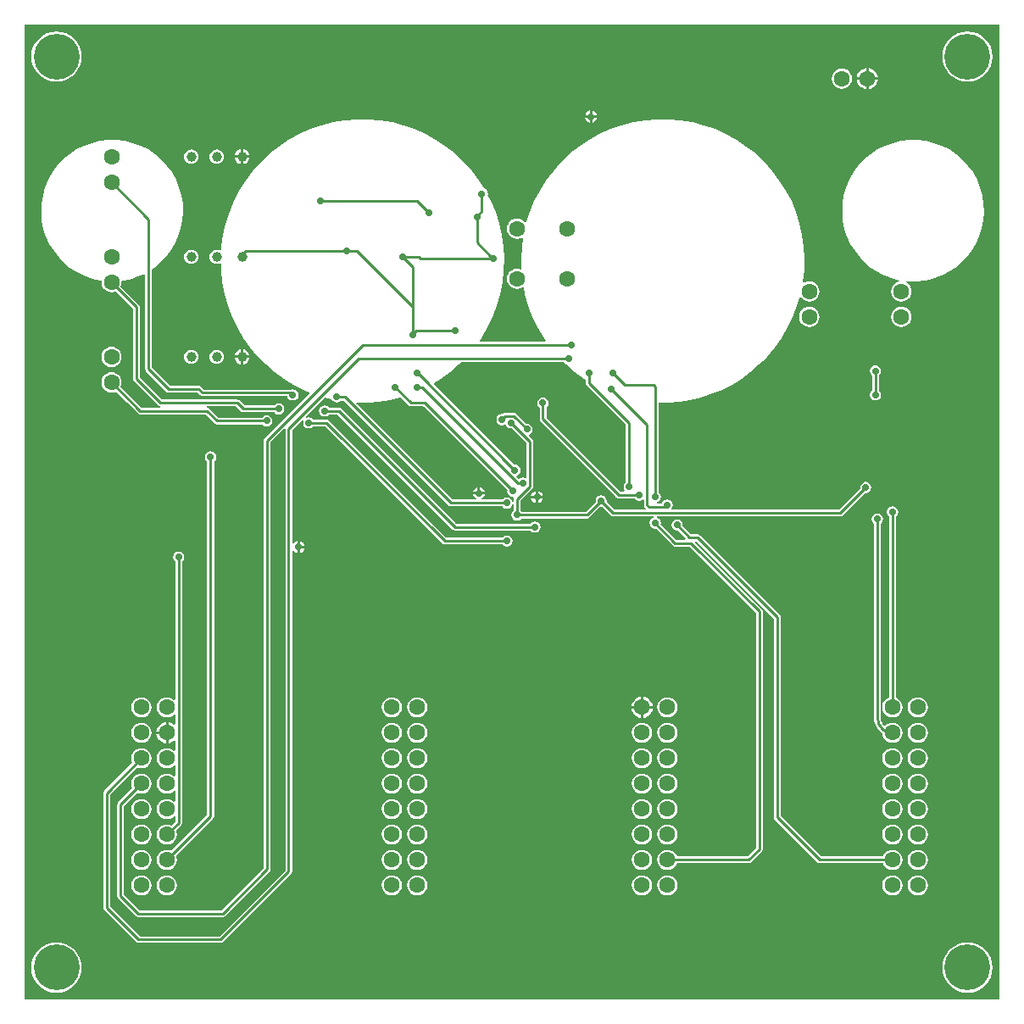
<source format=gbl>
%FSLAX23Y23*%
%MOIN*%
%SFA1B1*%

%IPPOS*%
%ADD14C,0.010000*%
%ADD56C,0.062990*%
%ADD57C,0.039370*%
%ADD58C,0.180000*%
%ADD59C,0.027560*%
%LNdev_board_pcb-1*%
%LPD*%
G36*
X3865Y31D02*
X31D01*
Y3865*
X3865*
Y31*
G37*
%LNdev_board_pcb-2*%
%LPC*%
G36*
X3351Y3694D02*
Y3658D01*
X3387*
X3386Y3664*
X3382Y3674*
X3376Y3683*
X3367Y3689*
X3357Y3693*
X3351Y3694*
G37*
G36*
X3341D02*
X3335Y3693D01*
X3325Y3689*
X3316Y3683*
X3310Y3674*
X3306Y3664*
X3305Y3658*
X3341*
Y3694*
G37*
G36*
X3740Y3838D02*
X3720Y3836D01*
X3702Y3831*
X3685Y3822*
X3670Y3809*
X3658Y3794*
X3649Y3777*
X3643Y3759*
X3641Y3740*
X3643Y3720*
X3649Y3702*
X3658Y3685*
X3670Y3670*
X3685Y3658*
X3702Y3649*
X3720Y3643*
X3740Y3641*
X3759Y3643*
X3777Y3649*
X3794Y3658*
X3809Y3670*
X3822Y3685*
X3831Y3702*
X3836Y3720*
X3838Y3740*
X3836Y3759*
X3831Y3777*
X3822Y3794*
X3809Y3809*
X3794Y3822*
X3777Y3831*
X3759Y3836*
X3740Y3838*
G37*
G36*
X157D02*
X138Y3836D01*
X119Y3831*
X102Y3822*
X87Y3809*
X75Y3794*
X66Y3777*
X60Y3759*
X59Y3740*
X60Y3720*
X66Y3702*
X75Y3685*
X87Y3670*
X102Y3658*
X119Y3649*
X138Y3643*
X157Y3641*
X176Y3643*
X195Y3649*
X212Y3658*
X227Y3670*
X239Y3685*
X248Y3702*
X254Y3720*
X255Y3740*
X254Y3759*
X248Y3777*
X239Y3794*
X227Y3809*
X212Y3822*
X195Y3831*
X176Y3836*
X157Y3838*
G37*
G36*
X3246Y3693D02*
X3236Y3692D01*
X3226Y3688*
X3218Y3681*
X3211Y3673*
X3207Y3663*
X3206Y3653*
X3207Y3643*
X3211Y3633*
X3218Y3625*
X3226Y3619*
X3236Y3615*
X3246Y3613*
X3256Y3615*
X3266Y3619*
X3274Y3625*
X3280Y3633*
X3284Y3643*
X3286Y3653*
X3284Y3663*
X3280Y3673*
X3274Y3681*
X3266Y3688*
X3256Y3692*
X3246Y3693*
G37*
G36*
X3341Y3648D02*
X3305D01*
X3306Y3642*
X3310Y3632*
X3316Y3623*
X3325Y3617*
X3335Y3613*
X3341Y3612*
Y3648*
G37*
G36*
X3387D02*
X3351D01*
Y3612*
X3357Y3613*
X3367Y3617*
X3376Y3623*
X3382Y3632*
X3386Y3642*
X3387Y3648*
G37*
G36*
X2264Y3527D02*
Y3508D01*
X2283*
X2282Y3513*
X2276Y3521*
X2269Y3526*
X2264Y3527*
G37*
G36*
X2254D02*
X2250Y3526D01*
X2242Y3521*
X2237Y3513*
X2236Y3508*
X2254*
Y3527*
G37*
G36*
X2283Y3498D02*
X2264D01*
Y3480*
X2269Y3481*
X2276Y3486*
X2282Y3494*
X2283Y3498*
G37*
G36*
X2254D02*
X2236D01*
X2237Y3494*
X2242Y3486*
X2250Y3481*
X2254Y3480*
Y3498*
G37*
G36*
X892Y3375D02*
Y3351D01*
X916*
X916Y3354*
X913Y3361*
X908Y3367*
X902Y3372*
X895Y3375*
X892Y3375*
G37*
G36*
X882D02*
X879Y3375D01*
X872Y3372*
X866Y3367*
X861Y3361*
X858Y3354*
X858Y3351*
X882*
Y3375*
G37*
G36*
X787Y3374D02*
X780Y3373D01*
X773Y3370*
X767Y3366*
X763Y3360*
X760Y3353*
X759Y3346*
X760Y3339*
X763Y3332*
X767Y3326*
X773Y3322*
X780Y3319*
X787Y3318*
X794Y3319*
X801Y3322*
X807Y3326*
X811Y3332*
X814Y3339*
X815Y3346*
X814Y3353*
X811Y3360*
X807Y3366*
X801Y3370*
X794Y3373*
X787Y3374*
G37*
G36*
X687D02*
X680Y3373D01*
X673Y3370*
X667Y3366*
X663Y3360*
X660Y3353*
X659Y3346*
X660Y3339*
X663Y3332*
X667Y3326*
X673Y3322*
X680Y3319*
X687Y3318*
X694Y3319*
X701Y3322*
X707Y3326*
X711Y3332*
X714Y3339*
X715Y3346*
X714Y3353*
X711Y3360*
X707Y3366*
X701Y3370*
X694Y3373*
X687Y3374*
G37*
G36*
X916Y3341D02*
X892D01*
Y3317*
X895Y3317*
X902Y3320*
X908Y3325*
X913Y3331*
X916Y3338*
X916Y3341*
G37*
G36*
X882D02*
X858D01*
X858Y3338*
X861Y3331*
X866Y3325*
X872Y3320*
X879Y3317*
X882Y3317*
Y3341*
G37*
G36*
X2565Y3493D02*
X2518D01*
X2471Y3489*
X2425Y3481*
X2380Y3470*
X2335Y3454*
X2293Y3435*
X2252Y3412*
X2213Y3386*
X2176Y3357*
X2142Y3325*
X2111Y3290*
X2082Y3253*
X2057Y3213*
X2036Y3171*
X2018Y3128*
X2005Y3087*
X2000Y3086*
X1996Y3091*
X1988Y3097*
X1978Y3101*
X1968Y3102*
X1958Y3101*
X1948Y3097*
X1940Y3091*
X1934Y3082*
X1930Y3073*
X1928Y3062*
X1930Y3052*
X1934Y3043*
X1940Y3034*
X1948Y3028*
X1958Y3024*
X1968Y3023*
X1978Y3024*
X1987Y3028*
X1992Y3025*
X1987Y2991*
X1984Y2944*
X1985Y2906*
X1981Y2903*
X1978Y2904*
X1968Y2905*
X1958Y2904*
X1948Y2900*
X1940Y2894*
X1934Y2886*
X1930Y2876*
X1928Y2866*
X1930Y2855*
X1934Y2846*
X1940Y2837*
X1948Y2831*
X1958Y2827*
X1968Y2826*
X1978Y2827*
X1988Y2831*
X1990Y2833*
X1995Y2831*
X2000Y2805*
X2013Y2760*
X2030Y2716*
X2050Y2674*
X2074Y2633*
X2081Y2624*
X2079Y2619*
X1823*
X1821Y2624*
X1828Y2633*
X1852Y2674*
X1872Y2716*
X1889Y2760*
X1902Y2805*
X1911Y2851*
X1916Y2897*
X1918Y2944*
X1915Y2991*
X1908Y3038*
X1898Y3083*
X1884Y3128*
X1866Y3171*
X1853Y3195*
X1854Y3200*
X1853Y3210*
X1847Y3217*
X1839Y3223*
X1838Y3223*
X1819Y3253*
X1791Y3290*
X1760Y3325*
X1726Y3357*
X1689Y3386*
X1650Y3412*
X1609Y3435*
X1566Y3454*
X1522Y3470*
X1477Y3481*
X1430Y3489*
X1384Y3493*
X1337*
X1290Y3489*
X1244Y3481*
X1199Y3470*
X1154Y3454*
X1111Y3435*
X1070Y3412*
X1031Y3386*
X995Y3357*
X961Y3325*
X930Y3290*
X901Y3253*
X876Y3213*
X855Y3171*
X837Y3128*
X823Y3083*
X812Y3038*
X806Y2991*
X805Y2979*
X800Y2977*
X794Y2979*
X787Y2980*
X780Y2979*
X773Y2976*
X767Y2972*
X763Y2966*
X760Y2959*
X759Y2952*
X760Y2945*
X763Y2938*
X767Y2933*
X773Y2928*
X780Y2925*
X787Y2924*
X794Y2925*
X799Y2927*
X804Y2924*
X804Y2897*
X810Y2851*
X819Y2805*
X832Y2760*
X848Y2716*
X869Y2674*
X893Y2633*
X920Y2595*
X950Y2559*
X982Y2527*
X1015Y2499*
X1051Y2473*
X1088Y2450*
X1127Y2430*
X1152Y2420*
X1153Y2415*
X976Y2239*
X973Y2235*
X972Y2229*
Y550*
X805Y383*
X485*
X422Y446*
Y792*
X475Y845*
X481Y842*
X492Y841*
X502Y842*
X512Y846*
X520Y852*
X526Y861*
X530Y870*
X531Y881*
X530Y891*
X526Y901*
X520Y909*
X512Y915*
X502Y919*
X492Y920*
X481Y919*
X472Y915*
X463Y909*
X457Y901*
X453Y891*
X452Y881*
X453Y870*
X456Y864*
X400Y807*
X397Y803*
X396Y798*
Y440*
X397Y435*
X400Y431*
X470Y360*
X475Y357*
X480Y356*
X811*
X816Y357*
X820Y360*
X995Y535*
X998Y539*
X999Y544*
Y2224*
X1053Y2278*
X1057Y2275*
X1057Y2275*
Y540*
X797Y280*
X485*
X367Y399*
Y837*
X475Y945*
X481Y942*
X492Y941*
X502Y942*
X512Y946*
X520Y952*
X526Y961*
X530Y970*
X531Y981*
X530Y991*
X526Y1001*
X520Y1009*
X512Y1015*
X502Y1019*
X492Y1020*
X481Y1019*
X472Y1015*
X463Y1009*
X457Y1001*
X453Y991*
X452Y981*
X453Y970*
X456Y964*
X344Y852*
X342Y848*
X341Y843*
Y393*
X342Y388*
X344Y384*
X470Y258*
X475Y255*
X480Y254*
X803*
X808Y255*
X812Y258*
X1080Y526*
X1083Y530*
X1084Y535*
Y1798*
X1089Y1799*
X1093Y1793*
X1100Y1788*
X1105Y1787*
Y1811*
Y1834*
X1100Y1833*
X1093Y1828*
X1089Y1822*
X1084Y1823*
Y2270*
X1125Y2311*
X1129Y2308*
X1129Y2307*
X1127Y2299*
X1129Y2290*
X1133Y2283*
X1141Y2278*
X1149Y2277*
X1158Y2278*
X1165Y2283*
X1166Y2285*
X1214*
X1675Y1825*
X1679Y1822*
X1685Y1821*
X1911*
X1913Y1818*
X1920Y1814*
X1929Y1812*
X1937Y1814*
X1944Y1818*
X1949Y1826*
X1951Y1834*
X1949Y1843*
X1944Y1850*
X1937Y1855*
X1929Y1856*
X1920Y1855*
X1913Y1850*
X1911Y1847*
X1690*
X1229Y2308*
X1225Y2311*
X1220Y2312*
X1166*
X1165Y2314*
X1158Y2319*
X1149Y2321*
X1141Y2319*
X1140Y2319*
X1137Y2323*
X1213Y2399*
X1239Y2393*
X1239Y2393*
X1244Y2385*
X1251Y2381*
X1259Y2379*
X1268Y2381*
X1275Y2385*
X1276Y2386*
X1289Y2384*
X1699Y1974*
X1703Y1972*
X1708Y1971*
X1911*
X1913Y1968*
X1920Y1963*
X1929Y1962*
X1937Y1963*
X1944Y1968*
X1949Y1975*
X1950Y1978*
X1955Y1978*
Y1954*
X1952Y1952*
X1947Y1945*
X1946Y1937*
X1947Y1928*
X1952Y1921*
X1960Y1916*
X1968Y1914*
X1977Y1916*
X1984Y1921*
X1985Y1923*
X2244*
X2249Y1924*
X2253Y1927*
X2296Y1970*
X2299Y1969*
X2302Y1970*
X2337Y1935*
X2341Y1932*
X2346Y1931*
X2505*
X2506Y1926*
X2503Y1926*
X2496Y1921*
X2491Y1914*
X2489Y1905*
X2491Y1897*
X2496Y1889*
X2503Y1885*
X2511Y1883*
X2514Y1883*
X2581Y1817*
X2585Y1814*
X2590Y1813*
X2648*
X2908Y1553*
Y627*
X2874Y594*
X2597*
X2595Y601*
X2588Y609*
X2580Y615*
X2570Y619*
X2560Y620*
X2550Y619*
X2540Y615*
X2532Y609*
X2526Y601*
X2522Y591*
X2520Y581*
X2522Y570*
X2526Y561*
X2532Y552*
X2540Y546*
X2550Y542*
X2560Y541*
X2570Y542*
X2580Y546*
X2588Y552*
X2595Y561*
X2597Y567*
X2880*
X2885Y568*
X2889Y571*
X2930Y612*
X2933Y616*
X2934Y622*
Y1559*
X2933Y1564*
X2930Y1568*
X2669Y1829*
X2671Y1834*
X2673Y1835*
X2978Y1529*
Y748*
X2979Y742*
X2982Y738*
X3149Y571*
X3153Y568*
X3159Y567*
X3407*
X3410Y561*
X3416Y552*
X3424Y546*
X3434Y542*
X3444Y541*
X3455Y542*
X3464Y546*
X3473Y552*
X3479Y561*
X3483Y570*
X3484Y581*
X3483Y591*
X3479Y601*
X3473Y609*
X3464Y615*
X3455Y619*
X3444Y620*
X3434Y619*
X3424Y615*
X3416Y609*
X3410Y601*
X3407Y594*
X3164*
X3005Y753*
Y1535*
X3004Y1540*
X3001Y1544*
X2686Y1859*
X2682Y1862*
X2677Y1863*
X2651*
X2620Y1894*
X2620Y1897*
X2618Y1906*
X2614Y1913*
X2606Y1918*
X2598Y1919*
X2589Y1918*
X2582Y1913*
X2577Y1906*
X2576Y1897*
X2577Y1889*
X2582Y1881*
X2589Y1877*
X2598Y1875*
X2601Y1876*
X2632Y1845*
X2630Y1840*
X2596*
X2533Y1902*
X2534Y1905*
X2532Y1914*
X2527Y1921*
X2520Y1926*
X2517Y1926*
X2517Y1931*
X3239*
X3245Y1932*
X3249Y1935*
X3337Y2023*
X3339Y2022*
X3348Y2024*
X3355Y2029*
X3360Y2036*
X3362Y2044*
X3360Y2053*
X3355Y2060*
X3348Y2065*
X3339Y2067*
X3331Y2065*
X3324Y2060*
X3319Y2053*
X3317Y2044*
X3318Y2042*
X3234Y1958*
X2579*
X2576Y1963*
X2579Y1967*
X2581Y1976*
X2579Y1984*
X2574Y1992*
X2567Y1996*
X2559Y1998*
X2550Y1996*
X2543Y1992*
X2538Y1984*
X2537Y1981*
X2517*
X2517Y1986*
X2520Y1987*
X2527Y1992*
X2532Y1999*
X2534Y2007*
X2532Y2016*
X2527Y2023*
X2525Y2025*
Y2380*
X2563*
X2607Y2383*
X2650Y2390*
X2693Y2400*
X2734Y2414*
X2775Y2430*
X2814Y2450*
X2851Y2473*
X2886Y2499*
X2920Y2527*
X2935Y2543*
X2952Y2559*
X2982Y2595*
X3009Y2633*
X3033Y2674*
X3053Y2716*
X3070Y2760*
X3079Y2793*
X3085Y2794*
X3089Y2788*
X3098Y2782*
X3107Y2778*
X3118Y2776*
X3128Y2778*
X3138Y2782*
X3146Y2788*
X3152Y2796*
X3156Y2806*
X3157Y2816*
X3156Y2826*
X3152Y2836*
X3146Y2844*
X3138Y2851*
X3128Y2855*
X3118Y2856*
X3107Y2855*
X3098Y2851*
X3097Y2850*
X3092Y2853*
X3097Y2897*
X3099Y2944*
X3096Y2991*
X3089Y3038*
X3079Y3083*
X3065Y3128*
X3047Y3171*
X3025Y3213*
X3000Y3253*
X2972Y3290*
X2941Y3325*
X2907Y3357*
X2870Y3386*
X2831Y3412*
X2790Y3435*
X2747Y3454*
X2703Y3470*
X2658Y3481*
X2612Y3489*
X2565Y3493*
G37*
G36*
X687Y2980D02*
X680Y2979D01*
X673Y2976*
X667Y2972*
X663Y2966*
X660Y2959*
X659Y2952*
X660Y2945*
X663Y2938*
X667Y2933*
X673Y2928*
X680Y2925*
X687Y2924*
X694Y2925*
X701Y2928*
X707Y2933*
X711Y2938*
X714Y2945*
X715Y2952*
X714Y2959*
X711Y2966*
X707Y2972*
X701Y2976*
X694Y2979*
X687Y2980*
G37*
G36*
X3509Y3412D02*
X3477Y3408D01*
X3445Y3400*
X3414Y3389*
X3385Y3374*
X3357Y3356*
X3332Y3334*
X3310Y3310*
X3291Y3284*
X3275Y3255*
X3262Y3225*
X3253Y3193*
X3248Y3161*
X3247Y3128*
X3249Y3095*
X3256Y3063*
X3266Y3032*
X3280Y3002*
X3297Y2974*
X3317Y2948*
X3338Y2927*
X3360Y2909*
X3382Y2894*
X3406Y2881*
X3432Y2871*
X3458Y2863*
X3473Y2860*
X3473Y2855*
X3470Y2855*
X3460Y2851*
X3452Y2844*
X3445Y2836*
X3441Y2826*
X3440Y2816*
X3441Y2806*
X3445Y2796*
X3452Y2788*
X3460Y2782*
X3470Y2778*
X3480Y2776*
X3490Y2778*
X3500Y2782*
X3508Y2788*
X3514Y2796*
X3518Y2806*
X3520Y2816*
X3518Y2826*
X3514Y2836*
X3508Y2844*
X3500Y2851*
X3498Y2851*
X3499Y2856*
X3512Y2855*
X3539*
X3567Y2858*
X3593Y2863*
X3620Y2871*
X3645Y2881*
X3669Y2894*
X3692Y2909*
X3713Y2927*
X3722Y2937*
X3734Y2948*
X3754Y2974*
X3772Y3002*
X3785Y3032*
X3795Y3063*
X3802Y3095*
X3804Y3128*
X3803Y3161*
X3798Y3193*
X3789Y3225*
X3777Y3255*
X3761Y3284*
X3741Y3310*
X3719Y3334*
X3694Y3356*
X3667Y3374*
X3637Y3389*
X3607Y3400*
X3575Y3408*
X3542Y3412*
X3509*
G37*
G36*
X3480Y2756D02*
X3470Y2755D01*
X3460Y2751*
X3452Y2744*
X3445Y2736*
X3441Y2726*
X3440Y2716*
X3441Y2706*
X3445Y2696*
X3452Y2688*
X3460Y2682*
X3470Y2678*
X3480Y2676*
X3490Y2678*
X3500Y2682*
X3508Y2688*
X3514Y2696*
X3518Y2706*
X3520Y2716*
X3518Y2726*
X3514Y2736*
X3508Y2744*
X3500Y2751*
X3490Y2755*
X3480Y2756*
G37*
G36*
X3118D02*
X3107Y2755D01*
X3098Y2751*
X3089Y2744*
X3083Y2736*
X3079Y2726*
X3078Y2716*
X3079Y2706*
X3083Y2696*
X3089Y2688*
X3098Y2682*
X3107Y2678*
X3118Y2676*
X3128Y2678*
X3138Y2682*
X3146Y2688*
X3152Y2696*
X3156Y2706*
X3157Y2716*
X3156Y2726*
X3152Y2736*
X3146Y2744*
X3138Y2751*
X3128Y2755*
X3118Y2756*
G37*
G36*
X892Y2588D02*
Y2564D01*
X916*
X916Y2566*
X913Y2574*
X908Y2580*
X902Y2584*
X895Y2587*
X892Y2588*
G37*
G36*
X882D02*
X879Y2587D01*
X872Y2584*
X866Y2580*
X861Y2574*
X858Y2566*
X858Y2564*
X882*
Y2588*
G37*
G36*
X787Y2586D02*
X780Y2586D01*
X773Y2583*
X767Y2578*
X763Y2573*
X760Y2566*
X759Y2559*
X760Y2551*
X763Y2545*
X767Y2539*
X773Y2534*
X780Y2532*
X787Y2531*
X794Y2532*
X801Y2534*
X807Y2539*
X811Y2545*
X814Y2551*
X815Y2559*
X814Y2566*
X811Y2573*
X807Y2578*
X801Y2583*
X794Y2586*
X787Y2586*
G37*
G36*
X687D02*
X680Y2586D01*
X673Y2583*
X667Y2578*
X663Y2573*
X660Y2566*
X659Y2559*
X660Y2551*
X663Y2545*
X667Y2539*
X673Y2534*
X680Y2532*
X687Y2531*
X694Y2532*
X701Y2534*
X707Y2539*
X711Y2545*
X714Y2551*
X715Y2559*
X714Y2566*
X711Y2573*
X707Y2578*
X701Y2583*
X694Y2586*
X687Y2586*
G37*
G36*
X916Y2554D02*
X892D01*
Y2529*
X895Y2530*
X902Y2533*
X908Y2537*
X913Y2544*
X916Y2551*
X916Y2554*
G37*
G36*
X882D02*
X858D01*
X858Y2551*
X861Y2544*
X866Y2537*
X872Y2533*
X879Y2530*
X882Y2529*
Y2554*
G37*
G36*
X374Y2598D02*
X363Y2597D01*
X354Y2593*
X345Y2587*
X339Y2578*
X335Y2569*
X334Y2559*
X335Y2548*
X339Y2539*
X345Y2530*
X354Y2524*
X363Y2520*
X374Y2519*
X384Y2520*
X393Y2524*
X402Y2530*
X408Y2539*
X412Y2548*
X413Y2559*
X412Y2569*
X408Y2578*
X402Y2587*
X393Y2593*
X384Y2597*
X374Y2598*
G37*
G36*
X3377Y2526D02*
X3369Y2524D01*
X3362Y2519*
X3357Y2512*
X3355Y2503*
X3357Y2495*
X3362Y2488*
X3364Y2486*
Y2426*
X3362Y2425*
X3357Y2417*
X3355Y2409*
X3357Y2400*
X3362Y2393*
X3369Y2388*
X3377Y2387*
X3386Y2388*
X3393Y2393*
X3398Y2400*
X3400Y2409*
X3398Y2417*
X3393Y2425*
X3391Y2426*
Y2486*
X3393Y2488*
X3398Y2495*
X3400Y2503*
X3398Y2512*
X3393Y2519*
X3386Y2524*
X3377Y2526*
G37*
G36*
X360Y3412D02*
X327Y3408D01*
X295Y3400*
X264Y3389*
X235Y3374*
X208Y3356*
X183Y3334*
X160Y3310*
X141Y3284*
X125Y3255*
X113Y3225*
X104Y3193*
X99Y3161*
X97Y3128*
X100Y3095*
X106Y3063*
X116Y3032*
X130Y3002*
X147Y2974*
X168Y2948*
X189Y2927*
X210Y2909*
X233Y2894*
X257Y2881*
X282Y2871*
X308Y2863*
X334Y2858*
X334Y2852*
X335Y2842*
X339Y2832*
X345Y2824*
X354Y2818*
X363Y2814*
X374Y2812*
X384Y2814*
X390Y2817*
X459Y2748*
Y2472*
X460Y2467*
X463Y2463*
X557Y2368*
X561Y2365*
X566Y2364*
X566Y2359*
X492*
X409Y2442*
X412Y2448*
X413Y2459*
X412Y2469*
X408Y2478*
X402Y2487*
X393Y2493*
X384Y2497*
X374Y2498*
X363Y2497*
X354Y2493*
X345Y2487*
X339Y2478*
X335Y2469*
X334Y2459*
X335Y2448*
X339Y2439*
X345Y2430*
X354Y2424*
X363Y2420*
X374Y2419*
X384Y2420*
X390Y2423*
X477Y2337*
X481Y2334*
X486Y2333*
X742*
X778Y2297*
X782Y2294*
X787Y2293*
X966*
X968Y2291*
X975Y2286*
X984Y2284*
X992Y2286*
X999Y2291*
X1004Y2298*
X1006Y2307*
X1004Y2315*
X999Y2322*
X992Y2327*
X984Y2329*
X975Y2327*
X968Y2322*
X966Y2320*
X792*
X757Y2355*
X753Y2358*
X748Y2359*
X748Y2364*
X862*
X881Y2344*
X886Y2342*
X891Y2341*
X1014*
X1015Y2338*
X1023Y2333*
X1031Y2332*
X1039Y2333*
X1047Y2338*
X1052Y2345*
X1053Y2354*
X1052Y2362*
X1047Y2370*
X1039Y2374*
X1031Y2376*
X1023Y2374*
X1015Y2370*
X1014Y2367*
X896*
X877Y2387*
X872Y2390*
X867Y2391*
X572*
X485Y2477*
Y2754*
X484Y2759*
X481Y2763*
X409Y2835*
X412Y2842*
X413Y2852*
X413Y2854*
X416Y2858*
X417Y2858*
X444Y2863*
X470Y2871*
X495Y2881*
X502Y2885*
X506Y2882*
Y2511*
X507Y2506*
X510Y2502*
X589Y2423*
X593Y2420*
X598Y2419*
X711*
X722Y2407*
X727Y2405*
X732Y2404*
X1065*
X1066Y2400*
X1070Y2393*
X1078Y2388*
X1086Y2387*
X1095Y2388*
X1102Y2393*
X1107Y2400*
X1108Y2409*
X1107Y2417*
X1102Y2425*
X1095Y2429*
X1086Y2431*
X1079Y2430*
X1078Y2430*
X737*
X725Y2442*
X721Y2445*
X716Y2446*
X603*
X532Y2517*
Y2903*
X542Y2909*
X563Y2927*
X573Y2937*
X585Y2948*
X605Y2974*
X622Y3002*
X636Y3032*
X646Y3063*
X652Y3095*
X655Y3128*
X654Y3161*
X648Y3193*
X640Y3225*
X627Y3255*
X611Y3284*
X592Y3310*
X569Y3334*
X544Y3356*
X517Y3374*
X488Y3389*
X457Y3400*
X425Y3408*
X392Y3412*
X360*
G37*
G36*
X1212Y2368D02*
X1204Y2366D01*
X1196Y2362*
X1192Y2354*
X1190Y2346*
X1192Y2337*
X1196Y2330*
X1204Y2325*
X1212Y2324*
X1221Y2325*
X1228Y2330*
X1229Y2333*
X1262*
X1715Y1880*
X1719Y1877*
X1724Y1876*
X2022*
X2023Y1874*
X2030Y1869*
X2039Y1867*
X2047Y1869*
X2055Y1874*
X2059Y1881*
X2061Y1889*
X2059Y1898*
X2055Y1905*
X2047Y1910*
X2039Y1911*
X2030Y1910*
X2023Y1905*
X2022Y1903*
X1729*
X1277Y2355*
X1272Y2358*
X1267Y2359*
X1229*
X1228Y2362*
X1221Y2366*
X1212Y2368*
G37*
G36*
X1115Y1834D02*
Y1816D01*
X1133*
X1132Y1820*
X1127Y1828*
X1119Y1833*
X1115Y1834*
G37*
G36*
X1133Y1806D02*
X1115D01*
Y1787*
X1119Y1788*
X1127Y1793*
X1132Y1801*
X1133Y1806*
G37*
G36*
X637Y1793D02*
X629Y1792D01*
X622Y1787*
X617Y1780*
X615Y1771*
X617Y1763*
X622Y1755*
X624Y1754*
Y1211*
X619Y1209*
X612Y1215*
X602Y1219*
X592Y1220*
X581Y1219*
X572Y1215*
X563Y1209*
X557Y1201*
X553Y1191*
X552Y1181*
X553Y1170*
X557Y1161*
X563Y1152*
X572Y1146*
X581Y1142*
X592Y1141*
X602Y1142*
X612Y1146*
X619Y1152*
X624Y1151*
Y1114*
X619Y1112*
X613Y1117*
X602Y1121*
X597Y1122*
Y1081*
Y1039*
X602Y1040*
X613Y1044*
X619Y1049*
X624Y1047*
Y1011*
X619Y1009*
X612Y1015*
X602Y1019*
X592Y1020*
X581Y1019*
X572Y1015*
X563Y1009*
X557Y1001*
X553Y991*
X552Y981*
X553Y970*
X557Y961*
X563Y952*
X572Y946*
X581Y942*
X592Y941*
X602Y942*
X612Y946*
X619Y952*
X624Y951*
Y911*
X619Y909*
X612Y915*
X602Y919*
X592Y920*
X581Y919*
X572Y915*
X563Y909*
X557Y901*
X553Y891*
X552Y881*
X553Y870*
X557Y861*
X563Y852*
X572Y846*
X581Y842*
X592Y841*
X602Y842*
X612Y846*
X619Y852*
X624Y851*
Y811*
X619Y809*
X612Y815*
X602Y819*
X592Y820*
X581Y819*
X572Y815*
X563Y809*
X557Y801*
X553Y791*
X552Y781*
X553Y770*
X557Y761*
X563Y752*
X572Y746*
X581Y742*
X592Y741*
X602Y742*
X612Y746*
X619Y752*
X624Y751*
Y732*
X609Y716*
X602Y719*
X592Y720*
X581Y719*
X572Y715*
X563Y709*
X557Y701*
X553Y691*
X552Y681*
X553Y670*
X557Y661*
X563Y652*
X572Y646*
X581Y642*
X592Y641*
X602Y642*
X612Y646*
X620Y652*
X626Y661*
X630Y670*
X631Y681*
X630Y691*
X627Y698*
X647Y717*
X650Y721*
X651Y726*
Y1754*
X653Y1755*
X658Y1763*
X660Y1771*
X658Y1780*
X653Y1787*
X646Y1792*
X637Y1793*
G37*
G36*
X2465Y1222D02*
Y1186D01*
X2501*
X2501Y1191*
X2496Y1202*
X2490Y1210*
X2481Y1217*
X2471Y1221*
X2465Y1222*
G37*
G36*
X2455D02*
X2449Y1221D01*
X2439Y1217*
X2431Y1210*
X2424Y1202*
X2420Y1191*
X2419Y1186*
X2455*
Y1222*
G37*
G36*
X3544Y1220D02*
X3534Y1219D01*
X3524Y1215*
X3516Y1209*
X3510Y1201*
X3506Y1191*
X3505Y1181*
X3506Y1170*
X3510Y1161*
X3516Y1152*
X3524Y1146*
X3534Y1142*
X3544Y1141*
X3555Y1142*
X3564Y1146*
X3573Y1152*
X3579Y1161*
X3583Y1170*
X3584Y1181*
X3583Y1191*
X3579Y1201*
X3573Y1209*
X3564Y1215*
X3555Y1219*
X3544Y1220*
G37*
G36*
X3444Y1971D02*
X3436Y1969D01*
X3429Y1964*
X3424Y1957*
X3422Y1948*
X3424Y1940*
X3429Y1933*
X3431Y1931*
Y1218*
X3424Y1215*
X3416Y1209*
X3410Y1201*
X3406Y1191*
X3405Y1181*
X3406Y1170*
X3410Y1161*
X3416Y1152*
X3424Y1146*
X3434Y1142*
X3444Y1141*
X3455Y1142*
X3464Y1146*
X3473Y1152*
X3479Y1161*
X3483Y1170*
X3484Y1181*
X3483Y1191*
X3479Y1201*
X3473Y1209*
X3464Y1215*
X3458Y1218*
Y1931*
X3460Y1933*
X3465Y1940*
X3467Y1948*
X3465Y1957*
X3460Y1964*
X3453Y1969*
X3444Y1971*
G37*
G36*
X2560Y1220D02*
X2550Y1219D01*
X2540Y1215*
X2532Y1209*
X2526Y1201*
X2522Y1191*
X2520Y1181*
X2522Y1170*
X2526Y1161*
X2532Y1152*
X2540Y1146*
X2550Y1142*
X2560Y1141*
X2570Y1142*
X2580Y1146*
X2588Y1152*
X2595Y1161*
X2599Y1170*
X2600Y1181*
X2599Y1191*
X2595Y1201*
X2588Y1209*
X2580Y1215*
X2570Y1219*
X2560Y1220*
G37*
G36*
X1576D02*
X1566Y1219D01*
X1556Y1215*
X1548Y1209*
X1541Y1201*
X1537Y1191*
X1536Y1181*
X1537Y1170*
X1541Y1161*
X1548Y1152*
X1556Y1146*
X1566Y1142*
X1576Y1141*
X1586Y1142*
X1596Y1146*
X1604Y1152*
X1610Y1161*
X1614Y1170*
X1616Y1181*
X1614Y1191*
X1610Y1201*
X1604Y1209*
X1596Y1215*
X1586Y1219*
X1576Y1220*
G37*
G36*
X1476D02*
X1466Y1219D01*
X1456Y1215*
X1448Y1209*
X1441Y1201*
X1437Y1191*
X1436Y1181*
X1437Y1170*
X1441Y1161*
X1448Y1152*
X1456Y1146*
X1466Y1142*
X1476Y1141*
X1486Y1142*
X1496Y1146*
X1504Y1152*
X1510Y1161*
X1514Y1170*
X1516Y1181*
X1514Y1191*
X1510Y1201*
X1504Y1209*
X1496Y1215*
X1486Y1219*
X1476Y1220*
G37*
G36*
X492D02*
X481Y1219D01*
X472Y1215*
X463Y1209*
X457Y1201*
X453Y1191*
X452Y1181*
X453Y1170*
X457Y1161*
X463Y1152*
X472Y1146*
X481Y1142*
X492Y1141*
X502Y1142*
X512Y1146*
X520Y1152*
X526Y1161*
X530Y1170*
X531Y1181*
X530Y1191*
X526Y1201*
X520Y1209*
X512Y1215*
X502Y1219*
X492Y1220*
G37*
G36*
X2501Y1176D02*
X2465D01*
Y1139*
X2471Y1140*
X2481Y1144*
X2490Y1151*
X2496Y1160*
X2501Y1170*
X2501Y1176*
G37*
G36*
X2455D02*
X2419D01*
X2420Y1170*
X2424Y1160*
X2431Y1151*
X2439Y1144*
X2449Y1140*
X2455Y1139*
Y1176*
G37*
G36*
X587Y1122D02*
X581Y1121D01*
X571Y1117*
X562Y1110*
X555Y1102*
X551Y1091*
X550Y1086*
X587*
Y1122*
G37*
G36*
X3544Y1120D02*
X3534Y1119D01*
X3524Y1115*
X3516Y1109*
X3510Y1101*
X3506Y1091*
X3505Y1081*
X3506Y1070*
X3510Y1061*
X3516Y1052*
X3524Y1046*
X3534Y1042*
X3544Y1041*
X3555Y1042*
X3564Y1046*
X3573Y1052*
X3579Y1061*
X3583Y1070*
X3584Y1081*
X3583Y1091*
X3579Y1101*
X3573Y1109*
X3564Y1115*
X3555Y1119*
X3544Y1120*
G37*
G36*
X3385Y1943D02*
X3377Y1941D01*
X3370Y1936*
X3365Y1929*
X3363Y1921*
X3365Y1912*
X3370Y1905*
X3372Y1903*
Y1140*
X3372*
X3373Y1126*
X3377Y1112*
X3384Y1099*
X3393Y1088*
X3404Y1079*
X3405Y1079*
X3406Y1070*
X3410Y1061*
X3416Y1052*
X3424Y1046*
X3434Y1042*
X3444Y1041*
X3455Y1042*
X3464Y1046*
X3473Y1052*
X3479Y1061*
X3483Y1070*
X3484Y1081*
X3483Y1091*
X3479Y1101*
X3473Y1109*
X3464Y1115*
X3455Y1119*
X3444Y1120*
X3434Y1119*
X3424Y1115*
X3416Y1109*
X3410Y1109*
X3405Y1117*
X3400Y1128*
X3398Y1139*
X3399Y1140*
Y1903*
X3401Y1905*
X3406Y1912*
X3408Y1921*
X3406Y1929*
X3401Y1936*
X3394Y1941*
X3385Y1943*
G37*
G36*
X2560Y1120D02*
X2550Y1119D01*
X2540Y1115*
X2532Y1109*
X2526Y1101*
X2522Y1091*
X2520Y1081*
X2522Y1070*
X2526Y1061*
X2532Y1052*
X2540Y1046*
X2550Y1042*
X2560Y1041*
X2570Y1042*
X2580Y1046*
X2588Y1052*
X2595Y1061*
X2599Y1070*
X2600Y1081*
X2599Y1091*
X2595Y1101*
X2588Y1109*
X2580Y1115*
X2570Y1119*
X2560Y1120*
G37*
G36*
X2460D02*
X2450Y1119D01*
X2440Y1115*
X2432Y1109*
X2426Y1101*
X2422Y1091*
X2420Y1081*
X2422Y1070*
X2426Y1061*
X2432Y1052*
X2440Y1046*
X2450Y1042*
X2460Y1041*
X2470Y1042*
X2480Y1046*
X2488Y1052*
X2495Y1061*
X2499Y1070*
X2500Y1081*
X2499Y1091*
X2495Y1101*
X2488Y1109*
X2480Y1115*
X2470Y1119*
X2460Y1120*
G37*
G36*
X1576D02*
X1566Y1119D01*
X1556Y1115*
X1548Y1109*
X1541Y1101*
X1537Y1091*
X1536Y1081*
X1537Y1070*
X1541Y1061*
X1548Y1052*
X1556Y1046*
X1566Y1042*
X1576Y1041*
X1586Y1042*
X1596Y1046*
X1604Y1052*
X1610Y1061*
X1614Y1070*
X1616Y1081*
X1614Y1091*
X1610Y1101*
X1604Y1109*
X1596Y1115*
X1586Y1119*
X1576Y1120*
G37*
G36*
X1476D02*
X1466Y1119D01*
X1456Y1115*
X1448Y1109*
X1441Y1101*
X1437Y1091*
X1436Y1081*
X1437Y1070*
X1441Y1061*
X1448Y1052*
X1456Y1046*
X1466Y1042*
X1476Y1041*
X1486Y1042*
X1496Y1046*
X1504Y1052*
X1510Y1061*
X1514Y1070*
X1516Y1081*
X1514Y1091*
X1510Y1101*
X1504Y1109*
X1496Y1115*
X1486Y1119*
X1476Y1120*
G37*
G36*
X492D02*
X481Y1119D01*
X472Y1115*
X463Y1109*
X457Y1101*
X453Y1091*
X452Y1081*
X453Y1070*
X457Y1061*
X463Y1052*
X472Y1046*
X481Y1042*
X492Y1041*
X502Y1042*
X512Y1046*
X520Y1052*
X526Y1061*
X530Y1070*
X531Y1081*
X530Y1091*
X526Y1101*
X520Y1109*
X512Y1115*
X502Y1119*
X492Y1120*
G37*
G36*
X587Y1076D02*
X550D01*
X551Y1070*
X555Y1060*
X562Y1051*
X571Y1044*
X581Y1040*
X587Y1039*
Y1076*
G37*
G36*
X3544Y1020D02*
X3534Y1019D01*
X3524Y1015*
X3516Y1009*
X3510Y1001*
X3506Y991*
X3505Y981*
X3506Y970*
X3510Y961*
X3516Y952*
X3524Y946*
X3534Y942*
X3544Y941*
X3555Y942*
X3564Y946*
X3573Y952*
X3579Y961*
X3583Y970*
X3584Y981*
X3583Y991*
X3579Y1001*
X3573Y1009*
X3564Y1015*
X3555Y1019*
X3544Y1020*
G37*
G36*
X3444D02*
X3434Y1019D01*
X3424Y1015*
X3416Y1009*
X3410Y1001*
X3406Y991*
X3405Y981*
X3406Y970*
X3410Y961*
X3416Y952*
X3424Y946*
X3434Y942*
X3444Y941*
X3455Y942*
X3464Y946*
X3473Y952*
X3479Y961*
X3483Y970*
X3484Y981*
X3483Y991*
X3479Y1001*
X3473Y1009*
X3464Y1015*
X3455Y1019*
X3444Y1020*
G37*
G36*
X2560D02*
X2550Y1019D01*
X2540Y1015*
X2532Y1009*
X2526Y1001*
X2522Y991*
X2520Y981*
X2522Y970*
X2526Y961*
X2532Y952*
X2540Y946*
X2550Y942*
X2560Y941*
X2570Y942*
X2580Y946*
X2588Y952*
X2595Y961*
X2599Y970*
X2600Y981*
X2599Y991*
X2595Y1001*
X2588Y1009*
X2580Y1015*
X2570Y1019*
X2560Y1020*
G37*
G36*
X2460D02*
X2450Y1019D01*
X2440Y1015*
X2432Y1009*
X2426Y1001*
X2422Y991*
X2420Y981*
X2422Y970*
X2426Y961*
X2432Y952*
X2440Y946*
X2450Y942*
X2460Y941*
X2470Y942*
X2480Y946*
X2488Y952*
X2495Y961*
X2499Y970*
X2500Y981*
X2499Y991*
X2495Y1001*
X2488Y1009*
X2480Y1015*
X2470Y1019*
X2460Y1020*
G37*
G36*
X1576D02*
X1566Y1019D01*
X1556Y1015*
X1548Y1009*
X1541Y1001*
X1537Y991*
X1536Y981*
X1537Y970*
X1541Y961*
X1548Y952*
X1556Y946*
X1566Y942*
X1576Y941*
X1586Y942*
X1596Y946*
X1604Y952*
X1610Y961*
X1614Y970*
X1616Y981*
X1614Y991*
X1610Y1001*
X1604Y1009*
X1596Y1015*
X1586Y1019*
X1576Y1020*
G37*
G36*
X1476D02*
X1466Y1019D01*
X1456Y1015*
X1448Y1009*
X1441Y1001*
X1437Y991*
X1436Y981*
X1437Y970*
X1441Y961*
X1448Y952*
X1456Y946*
X1466Y942*
X1476Y941*
X1486Y942*
X1496Y946*
X1504Y952*
X1510Y961*
X1514Y970*
X1516Y981*
X1514Y991*
X1510Y1001*
X1504Y1009*
X1496Y1015*
X1486Y1019*
X1476Y1020*
G37*
G36*
X3544Y920D02*
X3534Y919D01*
X3524Y915*
X3516Y909*
X3510Y901*
X3506Y891*
X3505Y881*
X3506Y870*
X3510Y861*
X3516Y852*
X3524Y846*
X3534Y842*
X3544Y841*
X3555Y842*
X3564Y846*
X3573Y852*
X3579Y861*
X3583Y870*
X3584Y881*
X3583Y891*
X3579Y901*
X3573Y909*
X3564Y915*
X3555Y919*
X3544Y920*
G37*
G36*
X3444D02*
X3434Y919D01*
X3424Y915*
X3416Y909*
X3410Y901*
X3406Y891*
X3405Y881*
X3406Y870*
X3410Y861*
X3416Y852*
X3424Y846*
X3434Y842*
X3444Y841*
X3455Y842*
X3464Y846*
X3473Y852*
X3479Y861*
X3483Y870*
X3484Y881*
X3483Y891*
X3479Y901*
X3473Y909*
X3464Y915*
X3455Y919*
X3444Y920*
G37*
G36*
X2560D02*
X2550Y919D01*
X2540Y915*
X2532Y909*
X2526Y901*
X2522Y891*
X2520Y881*
X2522Y870*
X2526Y861*
X2532Y852*
X2540Y846*
X2550Y842*
X2560Y841*
X2570Y842*
X2580Y846*
X2588Y852*
X2595Y861*
X2599Y870*
X2600Y881*
X2599Y891*
X2595Y901*
X2588Y909*
X2580Y915*
X2570Y919*
X2560Y920*
G37*
G36*
X2460D02*
X2450Y919D01*
X2440Y915*
X2432Y909*
X2426Y901*
X2422Y891*
X2420Y881*
X2422Y870*
X2426Y861*
X2432Y852*
X2440Y846*
X2450Y842*
X2460Y841*
X2470Y842*
X2480Y846*
X2488Y852*
X2495Y861*
X2499Y870*
X2500Y881*
X2499Y891*
X2495Y901*
X2488Y909*
X2480Y915*
X2470Y919*
X2460Y920*
G37*
G36*
X1576D02*
X1566Y919D01*
X1556Y915*
X1548Y909*
X1541Y901*
X1537Y891*
X1536Y881*
X1537Y870*
X1541Y861*
X1548Y852*
X1556Y846*
X1566Y842*
X1576Y841*
X1586Y842*
X1596Y846*
X1604Y852*
X1610Y861*
X1614Y870*
X1616Y881*
X1614Y891*
X1610Y901*
X1604Y909*
X1596Y915*
X1586Y919*
X1576Y920*
G37*
G36*
X1476D02*
X1466Y919D01*
X1456Y915*
X1448Y909*
X1441Y901*
X1437Y891*
X1436Y881*
X1437Y870*
X1441Y861*
X1448Y852*
X1456Y846*
X1466Y842*
X1476Y841*
X1486Y842*
X1496Y846*
X1504Y852*
X1510Y861*
X1514Y870*
X1516Y881*
X1514Y891*
X1510Y901*
X1504Y909*
X1496Y915*
X1486Y919*
X1476Y920*
G37*
G36*
X3544Y820D02*
X3534Y819D01*
X3524Y815*
X3516Y809*
X3510Y801*
X3506Y791*
X3505Y781*
X3506Y770*
X3510Y761*
X3516Y752*
X3524Y746*
X3534Y742*
X3544Y741*
X3555Y742*
X3564Y746*
X3573Y752*
X3579Y761*
X3583Y770*
X3584Y781*
X3583Y791*
X3579Y801*
X3573Y809*
X3564Y815*
X3555Y819*
X3544Y820*
G37*
G36*
X3444D02*
X3434Y819D01*
X3424Y815*
X3416Y809*
X3410Y801*
X3406Y791*
X3405Y781*
X3406Y770*
X3410Y761*
X3416Y752*
X3424Y746*
X3434Y742*
X3444Y741*
X3455Y742*
X3464Y746*
X3473Y752*
X3479Y761*
X3483Y770*
X3484Y781*
X3483Y791*
X3479Y801*
X3473Y809*
X3464Y815*
X3455Y819*
X3444Y820*
G37*
G36*
X2560D02*
X2550Y819D01*
X2540Y815*
X2532Y809*
X2526Y801*
X2522Y791*
X2520Y781*
X2522Y770*
X2526Y761*
X2532Y752*
X2540Y746*
X2550Y742*
X2560Y741*
X2570Y742*
X2580Y746*
X2588Y752*
X2595Y761*
X2599Y770*
X2600Y781*
X2599Y791*
X2595Y801*
X2588Y809*
X2580Y815*
X2570Y819*
X2560Y820*
G37*
G36*
X2460D02*
X2450Y819D01*
X2440Y815*
X2432Y809*
X2426Y801*
X2422Y791*
X2420Y781*
X2422Y770*
X2426Y761*
X2432Y752*
X2440Y746*
X2450Y742*
X2460Y741*
X2470Y742*
X2480Y746*
X2488Y752*
X2495Y761*
X2499Y770*
X2500Y781*
X2499Y791*
X2495Y801*
X2488Y809*
X2480Y815*
X2470Y819*
X2460Y820*
G37*
G36*
X1576D02*
X1566Y819D01*
X1556Y815*
X1548Y809*
X1541Y801*
X1537Y791*
X1536Y781*
X1537Y770*
X1541Y761*
X1548Y752*
X1556Y746*
X1566Y742*
X1576Y741*
X1586Y742*
X1596Y746*
X1604Y752*
X1610Y761*
X1614Y770*
X1616Y781*
X1614Y791*
X1610Y801*
X1604Y809*
X1596Y815*
X1586Y819*
X1576Y820*
G37*
G36*
X1476D02*
X1466Y819D01*
X1456Y815*
X1448Y809*
X1441Y801*
X1437Y791*
X1436Y781*
X1437Y770*
X1441Y761*
X1448Y752*
X1456Y746*
X1466Y742*
X1476Y741*
X1486Y742*
X1496Y746*
X1504Y752*
X1510Y761*
X1514Y770*
X1516Y781*
X1514Y791*
X1510Y801*
X1504Y809*
X1496Y815*
X1486Y819*
X1476Y820*
G37*
G36*
X492D02*
X481Y819D01*
X472Y815*
X463Y809*
X457Y801*
X453Y791*
X452Y781*
X453Y770*
X457Y761*
X463Y752*
X472Y746*
X481Y742*
X492Y741*
X502Y742*
X512Y746*
X520Y752*
X526Y761*
X530Y770*
X531Y781*
X530Y791*
X526Y801*
X520Y809*
X512Y815*
X502Y819*
X492Y820*
G37*
G36*
X3544Y720D02*
X3534Y719D01*
X3524Y715*
X3516Y709*
X3510Y701*
X3506Y691*
X3505Y681*
X3506Y670*
X3510Y661*
X3516Y652*
X3524Y646*
X3534Y642*
X3544Y641*
X3555Y642*
X3564Y646*
X3573Y652*
X3579Y661*
X3583Y670*
X3584Y681*
X3583Y691*
X3579Y701*
X3573Y709*
X3564Y715*
X3555Y719*
X3544Y720*
G37*
G36*
X3444D02*
X3434Y719D01*
X3424Y715*
X3416Y709*
X3410Y701*
X3406Y691*
X3405Y681*
X3406Y670*
X3410Y661*
X3416Y652*
X3424Y646*
X3434Y642*
X3444Y641*
X3455Y642*
X3464Y646*
X3473Y652*
X3479Y661*
X3483Y670*
X3484Y681*
X3483Y691*
X3479Y701*
X3473Y709*
X3464Y715*
X3455Y719*
X3444Y720*
G37*
G36*
X2560D02*
X2550Y719D01*
X2540Y715*
X2532Y709*
X2526Y701*
X2522Y691*
X2520Y681*
X2522Y670*
X2526Y661*
X2532Y652*
X2540Y646*
X2550Y642*
X2560Y641*
X2570Y642*
X2580Y646*
X2588Y652*
X2595Y661*
X2599Y670*
X2600Y681*
X2599Y691*
X2595Y701*
X2588Y709*
X2580Y715*
X2570Y719*
X2560Y720*
G37*
G36*
X2460D02*
X2450Y719D01*
X2440Y715*
X2432Y709*
X2426Y701*
X2422Y691*
X2420Y681*
X2422Y670*
X2426Y661*
X2432Y652*
X2440Y646*
X2450Y642*
X2460Y641*
X2470Y642*
X2480Y646*
X2488Y652*
X2495Y661*
X2499Y670*
X2500Y681*
X2499Y691*
X2495Y701*
X2488Y709*
X2480Y715*
X2470Y719*
X2460Y720*
G37*
G36*
X1576D02*
X1566Y719D01*
X1556Y715*
X1548Y709*
X1541Y701*
X1537Y691*
X1536Y681*
X1537Y670*
X1541Y661*
X1548Y652*
X1556Y646*
X1566Y642*
X1576Y641*
X1586Y642*
X1596Y646*
X1604Y652*
X1610Y661*
X1614Y670*
X1616Y681*
X1614Y691*
X1610Y701*
X1604Y709*
X1596Y715*
X1586Y719*
X1576Y720*
G37*
G36*
X1476D02*
X1466Y719D01*
X1456Y715*
X1448Y709*
X1441Y701*
X1437Y691*
X1436Y681*
X1437Y670*
X1441Y661*
X1448Y652*
X1456Y646*
X1466Y642*
X1476Y641*
X1486Y642*
X1496Y646*
X1504Y652*
X1510Y661*
X1514Y670*
X1516Y681*
X1514Y691*
X1510Y701*
X1504Y709*
X1496Y715*
X1486Y719*
X1476Y720*
G37*
G36*
X492D02*
X481Y719D01*
X472Y715*
X463Y709*
X457Y701*
X453Y691*
X452Y681*
X453Y670*
X457Y661*
X463Y652*
X472Y646*
X481Y642*
X492Y641*
X502Y642*
X512Y646*
X520Y652*
X526Y661*
X530Y670*
X531Y681*
X530Y691*
X526Y701*
X520Y709*
X512Y715*
X502Y719*
X492Y720*
G37*
G36*
X763Y2187D02*
X755Y2185D01*
X748Y2181*
X743Y2173*
X741Y2165*
X743Y2156*
X748Y2149*
X750Y2148*
Y758*
X609Y616*
X602Y619*
X592Y620*
X581Y619*
X572Y615*
X563Y609*
X557Y601*
X553Y591*
X552Y581*
X553Y570*
X557Y561*
X563Y552*
X572Y546*
X581Y542*
X592Y541*
X602Y542*
X612Y546*
X620Y552*
X626Y561*
X630Y570*
X631Y581*
X630Y591*
X627Y598*
X773Y743*
X776Y747*
X777Y752*
Y2148*
X779Y2149*
X784Y2156*
X785Y2165*
X784Y2173*
X779Y2181*
X772Y2185*
X763Y2187*
G37*
G36*
X3544Y620D02*
X3534Y619D01*
X3524Y615*
X3516Y609*
X3510Y601*
X3506Y591*
X3505Y581*
X3506Y570*
X3510Y561*
X3516Y552*
X3524Y546*
X3534Y542*
X3544Y541*
X3555Y542*
X3564Y546*
X3573Y552*
X3579Y561*
X3583Y570*
X3584Y581*
X3583Y591*
X3579Y601*
X3573Y609*
X3564Y615*
X3555Y619*
X3544Y620*
G37*
G36*
X2460D02*
X2450Y619D01*
X2440Y615*
X2432Y609*
X2426Y601*
X2422Y591*
X2420Y581*
X2422Y570*
X2426Y561*
X2432Y552*
X2440Y546*
X2450Y542*
X2460Y541*
X2470Y542*
X2480Y546*
X2488Y552*
X2495Y561*
X2499Y570*
X2500Y581*
X2499Y591*
X2495Y601*
X2488Y609*
X2480Y615*
X2470Y619*
X2460Y620*
G37*
G36*
X1576D02*
X1566Y619D01*
X1556Y615*
X1548Y609*
X1541Y601*
X1537Y591*
X1536Y581*
X1537Y570*
X1541Y561*
X1548Y552*
X1556Y546*
X1566Y542*
X1576Y541*
X1586Y542*
X1596Y546*
X1604Y552*
X1610Y561*
X1614Y570*
X1616Y581*
X1614Y591*
X1610Y601*
X1604Y609*
X1596Y615*
X1586Y619*
X1576Y620*
G37*
G36*
X1476D02*
X1466Y619D01*
X1456Y615*
X1448Y609*
X1441Y601*
X1437Y591*
X1436Y581*
X1437Y570*
X1441Y561*
X1448Y552*
X1456Y546*
X1466Y542*
X1476Y541*
X1486Y542*
X1496Y546*
X1504Y552*
X1510Y561*
X1514Y570*
X1516Y581*
X1514Y591*
X1510Y601*
X1504Y609*
X1496Y615*
X1486Y619*
X1476Y620*
G37*
G36*
X492D02*
X481Y619D01*
X472Y615*
X463Y609*
X457Y601*
X453Y591*
X452Y581*
X453Y570*
X457Y561*
X463Y552*
X472Y546*
X481Y542*
X492Y541*
X502Y542*
X512Y546*
X520Y552*
X526Y561*
X530Y570*
X531Y581*
X530Y591*
X526Y601*
X520Y609*
X512Y615*
X502Y619*
X492Y620*
G37*
G36*
X3544Y520D02*
X3534Y519D01*
X3524Y515*
X3516Y509*
X3510Y501*
X3506Y491*
X3505Y481*
X3506Y470*
X3510Y461*
X3516Y452*
X3524Y446*
X3534Y442*
X3544Y441*
X3555Y442*
X3564Y446*
X3573Y452*
X3579Y461*
X3583Y470*
X3584Y481*
X3583Y491*
X3579Y501*
X3573Y509*
X3564Y515*
X3555Y519*
X3544Y520*
G37*
G36*
X3444D02*
X3434Y519D01*
X3424Y515*
X3416Y509*
X3410Y501*
X3406Y491*
X3405Y481*
X3406Y470*
X3410Y461*
X3416Y452*
X3424Y446*
X3434Y442*
X3444Y441*
X3455Y442*
X3464Y446*
X3473Y452*
X3479Y461*
X3483Y470*
X3484Y481*
X3483Y491*
X3479Y501*
X3473Y509*
X3464Y515*
X3455Y519*
X3444Y520*
G37*
G36*
X2560D02*
X2550Y519D01*
X2540Y515*
X2532Y509*
X2526Y501*
X2522Y491*
X2520Y481*
X2522Y470*
X2526Y461*
X2532Y452*
X2540Y446*
X2550Y442*
X2560Y441*
X2570Y442*
X2580Y446*
X2588Y452*
X2595Y461*
X2599Y470*
X2600Y481*
X2599Y491*
X2595Y501*
X2588Y509*
X2580Y515*
X2570Y519*
X2560Y520*
G37*
G36*
X2460D02*
X2450Y519D01*
X2440Y515*
X2432Y509*
X2426Y501*
X2422Y491*
X2420Y481*
X2422Y470*
X2426Y461*
X2432Y452*
X2440Y446*
X2450Y442*
X2460Y441*
X2470Y442*
X2480Y446*
X2488Y452*
X2495Y461*
X2499Y470*
X2500Y481*
X2499Y491*
X2495Y501*
X2488Y509*
X2480Y515*
X2470Y519*
X2460Y520*
G37*
G36*
X1576D02*
X1566Y519D01*
X1556Y515*
X1548Y509*
X1541Y501*
X1537Y491*
X1536Y481*
X1537Y470*
X1541Y461*
X1548Y452*
X1556Y446*
X1566Y442*
X1576Y441*
X1586Y442*
X1596Y446*
X1604Y452*
X1610Y461*
X1614Y470*
X1616Y481*
X1614Y491*
X1610Y501*
X1604Y509*
X1596Y515*
X1586Y519*
X1576Y520*
G37*
G36*
X1476D02*
X1466Y519D01*
X1456Y515*
X1448Y509*
X1441Y501*
X1437Y491*
X1436Y481*
X1437Y470*
X1441Y461*
X1448Y452*
X1456Y446*
X1466Y442*
X1476Y441*
X1486Y442*
X1496Y446*
X1504Y452*
X1510Y461*
X1514Y470*
X1516Y481*
X1514Y491*
X1510Y501*
X1504Y509*
X1496Y515*
X1486Y519*
X1476Y520*
G37*
G36*
X592D02*
X581Y519D01*
X572Y515*
X563Y509*
X557Y501*
X553Y491*
X552Y481*
X553Y470*
X557Y461*
X563Y452*
X572Y446*
X581Y442*
X592Y441*
X602Y442*
X612Y446*
X620Y452*
X626Y461*
X630Y470*
X631Y481*
X630Y491*
X626Y501*
X620Y509*
X612Y515*
X602Y519*
X592Y520*
G37*
G36*
X492D02*
X481Y519D01*
X472Y515*
X463Y509*
X457Y501*
X453Y491*
X452Y481*
X453Y470*
X457Y461*
X463Y452*
X472Y446*
X481Y442*
X492Y441*
X502Y442*
X512Y446*
X520Y452*
X526Y461*
X530Y470*
X531Y481*
X530Y491*
X526Y501*
X520Y509*
X512Y515*
X502Y519*
X492Y520*
G37*
G36*
X3740Y255D02*
X3720Y254D01*
X3702Y248*
X3685Y239*
X3670Y227*
X3658Y212*
X3649Y195*
X3643Y176*
X3641Y157*
X3643Y138*
X3649Y119*
X3658Y102*
X3670Y87*
X3685Y75*
X3702Y66*
X3720Y60*
X3740Y59*
X3759Y60*
X3777Y66*
X3794Y75*
X3809Y87*
X3822Y102*
X3831Y119*
X3836Y138*
X3838Y157*
X3836Y176*
X3831Y195*
X3822Y212*
X3809Y227*
X3794Y239*
X3777Y248*
X3759Y254*
X3740Y255*
G37*
G36*
X157D02*
X138Y254D01*
X119Y248*
X102Y239*
X87Y227*
X75Y212*
X66Y195*
X60Y176*
X59Y157*
X60Y138*
X66Y119*
X75Y102*
X87Y87*
X102Y75*
X119Y66*
X138Y60*
X157Y59*
X176Y60*
X195Y66*
X212Y75*
X227Y87*
X239Y102*
X248Y119*
X254Y138*
X255Y157*
X254Y176*
X248Y195*
X239Y212*
X227Y227*
X212Y239*
X195Y248*
X176Y254*
X157Y255*
G37*
%LNdev_board_pcb-3*%
%LPD*%
G36*
X1541Y2368D02*
X1546Y2365D01*
X1551Y2364*
X1600*
X1931Y2034*
X1930Y2031*
X1932Y2023*
X1937Y2015*
X1944Y2010*
X1952Y2009*
X1953Y2009*
X1956Y2005*
X1955Y2000*
Y1990*
X1950Y1989*
X1949Y1992*
X1944Y1999*
X1937Y2004*
X1929Y2006*
X1920Y2004*
X1913Y1999*
X1911Y1997*
X1831*
X1830Y2002*
X1836Y2006*
X1841Y2014*
X1842Y2018*
X1795*
X1796Y2014*
X1801Y2006*
X1807Y2002*
X1806Y1997*
X1714*
X1335Y2375*
X1337Y2380*
X1338Y2380*
X1382*
X1426Y2383*
X1469Y2390*
X1510Y2400*
X1541Y2368*
G37*
G36*
X2163Y2527D02*
X2196Y2499D01*
X2232Y2473*
X2238Y2469*
Y2456*
X2239Y2451*
X2242Y2447*
X2396Y2293*
Y2064*
X2393Y2062*
X2388Y2055*
X2387Y2047*
X2388Y2038*
X2392Y2034*
X2389Y2029*
X2375*
X2084Y2320*
Y2360*
X2086Y2362*
X2091Y2369*
X2093Y2377*
X2091Y2386*
X2086Y2393*
X2079Y2398*
X2070Y2400*
X2062Y2398*
X2055Y2393*
X2050Y2386*
X2048Y2377*
X2050Y2369*
X2055Y2362*
X2057Y2360*
Y2314*
X2058Y2309*
X2061Y2305*
X2360Y2006*
X2365Y2003*
X2370Y2002*
X2431*
X2433Y2000*
X2440Y1995*
X2448Y1993*
X2457Y1995*
X2462Y1998*
X2467Y1995*
Y1976*
X2468Y1971*
X2470Y1967*
X2474Y1963*
X2472Y1958*
X2351*
X2320Y1989*
X2321Y1992*
X2319Y2000*
X2314Y2007*
X2307Y2012*
X2299Y2014*
X2290Y2012*
X2283Y2007*
X2278Y2000*
X2277Y1992*
X2277Y1989*
X2238Y1950*
X1985*
X1984Y1952*
X1981Y1954*
Y1994*
X2028Y2041*
X2031Y2045*
X2032Y2050*
Y2225*
X2031Y2230*
X2028Y2234*
X2014Y2248*
X2015Y2253*
X2016Y2253*
X2023Y2258*
X2028Y2265*
X2030Y2274*
X2028Y2282*
X2023Y2289*
X2016Y2294*
X2007Y2296*
X2004Y2295*
X1965Y2335*
X1961Y2338*
X1955Y2339*
X1922*
X1917Y2338*
X1913Y2335*
X1912Y2334*
X1909Y2334*
X1900Y2332*
X1893Y2328*
X1888Y2320*
X1887Y2312*
X1888Y2303*
X1893Y2296*
X1900Y2291*
X1909Y2290*
X1917Y2291*
X1919Y2293*
X1924Y2291*
X1924Y2290*
X1929Y2283*
X1936Y2278*
X1944Y2277*
X1947Y2277*
X2005Y2219*
Y2085*
X2001Y2083*
X2000Y2083*
X1992Y2085*
X1983Y2083*
X1976Y2078*
X1966Y2088*
X1968Y2093*
X1969Y2093*
X1976Y2098*
X1981Y2105*
X1982Y2113*
X1981Y2122*
X1976Y2129*
X1969Y2134*
X1960Y2135*
X1957Y2135*
X1641Y2451*
X1642Y2456*
X1670Y2473*
X1705Y2499*
X1739Y2527*
X1749Y2537*
X2153*
X2163Y2527*
G37*
%LNdev_board_pcb-4*%
%LPC*%
G36*
X1823Y2046D02*
Y2028D01*
X1842*
X1841Y2032*
X1836Y2040*
X1828Y2046*
X1823Y2046*
G37*
G36*
X1813D02*
X1809Y2046D01*
X1801Y2040*
X1796Y2032*
X1795Y2028*
X1813*
Y2046*
G37*
G36*
X2052Y2031D02*
Y2012D01*
X2070*
X2069Y2017*
X2064Y2025*
X2056Y2030*
X2052Y2031*
G37*
G36*
X2042D02*
X2037Y2030D01*
X2030Y2025*
X2024Y2017*
X2023Y2012*
X2042*
Y2031*
G37*
G36*
X2070Y2002D02*
X2052D01*
Y1984*
X2056Y1985*
X2064Y1990*
X2069Y1998*
X2070Y2002*
G37*
G36*
X2042D02*
X2023D01*
X2024Y1998*
X2030Y1990*
X2037Y1985*
X2042Y1984*
Y2002*
G37*
%LNdev_board_pcb-5*%
%LPD*%
G54D14*
X1874Y2944D02*
D01*
X1874Y2945*
X1873Y2945*
X1873Y2946*
X1873Y2947*
X1873Y2947*
X1873Y2948*
X1873Y2948*
X1872Y2949*
X1872Y2949*
X1872Y2949*
X1871Y2950*
X1871Y2950*
X1870Y2951*
X1870Y2951*
X1870Y2951*
X1869Y2951*
X1869Y2952*
X1868Y2952*
X1868Y2952*
X1867Y2952*
X1866Y2952*
X1866Y2952*
X1866Y2952*
X911Y2976D02*
D01*
X909Y2976*
X907Y2976*
X906Y2975*
X904Y2975*
X902Y2974*
X901Y2974*
X899Y2973*
X898Y2972*
X897Y2971*
X895Y2970*
X894Y2969*
X893Y2968*
X892Y2967*
X891Y2965*
X890Y2964*
X889Y2963*
X889Y2961*
X888Y2960*
X888Y2958*
X887Y2956*
X887Y2955*
X887Y2953*
X887Y2952*
X1574Y2661D02*
D01*
X1573Y2661*
X1572Y2661*
X1571Y2661*
X1570Y2660*
X1569Y2660*
X1568Y2660*
X1567Y2659*
X1566Y2659*
X1565Y2658*
X1564Y2657*
X1563Y2656*
X1563Y2656*
X1562Y2655*
X1561Y2654*
X1561Y2653*
X1560Y2652*
X1560Y2651*
X1559Y2650*
X1559Y2649*
X1559Y2648*
X1559Y2647*
X1559Y2646*
X1559Y2645*
X3385Y1140D02*
D01*
X3385Y1136*
X3386Y1131*
X3387Y1127*
X3388Y1123*
X3389Y1119*
X3390Y1116*
X3392Y1112*
X3394Y1108*
X3397Y1105*
X3399Y1102*
X3402Y1099*
X3405Y1096*
X3408Y1093*
X3411Y1091*
X3415Y1089*
X3418Y1087*
X3422Y1085*
X3426Y1083*
X3430Y1082*
X3434Y1081*
X3438Y1081*
X3442Y1081*
X3444Y1081*
X1196Y3173D02*
X1574D01*
X1622Y3125*
X1559Y2645D02*
Y2755D01*
Y2913*
X1519Y2952D02*
X1559Y2913D01*
X1590Y2944D02*
X1874D01*
X1582Y2952D02*
X1590Y2944D01*
X1519Y2952D02*
X1582D01*
X1811Y3007D02*
X1866Y2952D01*
X911Y2976D02*
X1299D01*
X1574Y2661D02*
X1724D01*
X1811Y3007D02*
Y3110D01*
Y3111*
X1830Y3131*
Y3200*
X1338Y2976D02*
X1559Y2755D01*
X1299Y2976D02*
X1338D01*
X1291Y2401D02*
X1708Y1984D01*
X1259Y2401D02*
X1291D01*
X1078Y2417D02*
X1086Y2409D01*
X732Y2417D02*
X1078D01*
X716Y2433D02*
X732Y2417D01*
X566Y2377D02*
X867D01*
X891Y2354*
X1031*
X1212Y2346D02*
X1267D01*
X1724Y1889*
X748Y2346D02*
X787Y2307D01*
X984*
X1149Y2299D02*
X1220D01*
X1346Y2551D02*
X2173D01*
X1070Y2275D02*
X1346Y2551D01*
X1070Y535D02*
Y2275D01*
X1362Y2606D02*
X2181D01*
X985Y2229D02*
X1362Y2606D01*
X985Y544D02*
Y2229D01*
X1220Y2299D02*
X1685Y1834D01*
X1929*
X1724Y1889D02*
X2039D01*
X1708Y1984D02*
X1929D01*
X1488Y2440D02*
X1551Y2377D01*
X1606*
X1952Y2031*
X1973Y2062D02*
X1992D01*
X1595Y2440D02*
X1973Y2062D01*
X1574Y2440D02*
X1595D01*
X1944Y2299D02*
X2018Y2225D01*
Y2050D02*
Y2225D01*
X1968Y2000D02*
X2018Y2050D01*
X1968Y1937D02*
Y2000D01*
Y1937D02*
X2244D01*
X2299Y1992*
X1574Y2496D02*
X1578D01*
X1960Y2113*
X1909Y2312D02*
X1922Y2325D01*
X1955*
X2007Y2274*
X637Y726D02*
Y1771D01*
X592Y681D02*
X637Y726D01*
X2546Y1968D02*
X2554Y1976D01*
X2488Y1968D02*
X2546D01*
X2480Y1976D02*
X2488Y1968D01*
X2511Y2007D02*
Y2442D01*
X2645Y1850D02*
X2677D01*
X2598Y1897D02*
X2645Y1850D01*
X2554Y1976D02*
X2559D01*
X2480Y1976D02*
Y2291D01*
X2338Y2433D02*
X2480Y2291D01*
X2346Y2496D02*
X2393Y2448D01*
X2505*
X2511Y2442*
Y1905D02*
X2590Y1826D01*
X2653*
X3239Y1944D02*
X3339Y2044D01*
X2346Y1944D02*
X3239D01*
X2299Y1992D02*
X2346Y1944D01*
X2677Y1850D02*
X2992Y1535D01*
Y748D02*
Y1535D01*
Y748D02*
X3159Y581D01*
X3444*
X2653Y1826D02*
X2921Y1559D01*
Y622D02*
Y1559D01*
X2880Y581D02*
X2921Y622D01*
X2560Y581D02*
X2880D01*
X2251Y2456D02*
Y2496D01*
Y2456D02*
X2409Y2299D01*
X2070Y2314D02*
Y2377D01*
Y2314D02*
X2370Y2015D01*
X2448*
X2409Y2047D02*
Y2299D01*
X803Y267D02*
X1070Y535D01*
X811Y370D02*
X985Y544D01*
X480Y267D02*
X803D01*
X354Y393D02*
X480Y267D01*
X354Y393D02*
Y843D01*
X492Y981*
X480Y370D02*
X811D01*
X409Y440D02*
X480Y370D01*
X409Y440D02*
Y798D01*
X492Y881*
X763Y2165D02*
Y752D01*
X592Y581D02*
X763Y752D01*
X598Y2433D02*
X716D01*
X519Y2511D02*
X598Y2433D01*
X519Y2511D02*
Y3100D01*
X374Y3246D02*
X519Y3100D01*
X472Y2472D02*
X566Y2377D01*
X472Y2472D02*
Y2754D01*
X374Y2852D02*
X472Y2754D01*
X486Y2346D02*
X748D01*
X374Y2459D02*
X486Y2346D01*
X3377Y2409D02*
Y2503D01*
X3385Y1140D02*
Y1921D01*
X3444Y1181D02*
Y1948D01*
G54D56*
X3346Y3653D03*
X3246D03*
X374Y3246D03*
Y3346D03*
Y2852D03*
Y2952D03*
Y2459D03*
Y2559D03*
X3118Y2816D03*
Y2716D03*
X3480Y2816D03*
Y2716D03*
X3544Y1181D03*
Y1081D03*
Y981D03*
Y881D03*
Y781D03*
Y681D03*
Y581D03*
Y481D03*
X3444D03*
Y581D03*
Y681D03*
Y781D03*
Y881D03*
Y981D03*
Y1081D03*
Y1181D03*
X2560D03*
Y1081D03*
Y981D03*
Y881D03*
Y781D03*
Y681D03*
Y581D03*
Y481D03*
X2460D03*
Y581D03*
Y681D03*
Y781D03*
Y881D03*
Y981D03*
Y1081D03*
Y1181D03*
X1576D03*
Y1081D03*
Y981D03*
Y881D03*
Y781D03*
Y681D03*
Y581D03*
Y481D03*
X1476D03*
Y581D03*
Y681D03*
Y781D03*
Y881D03*
Y981D03*
Y1081D03*
Y1181D03*
X592D03*
Y1081D03*
Y981D03*
Y881D03*
Y781D03*
Y681D03*
Y581D03*
Y481D03*
X492D03*
Y581D03*
Y681D03*
Y781D03*
Y881D03*
Y981D03*
Y1081D03*
Y1181D03*
X1968Y2866D03*
X2165D03*
X1968Y3062D03*
X2165D03*
G54D57*
X787Y2952D03*
X887D03*
X687D03*
X787Y2559D03*
X887D03*
X687D03*
X787Y3346D03*
X887D03*
X687D03*
G54D58*
X157Y157D03*
X3740D03*
Y3740D03*
X157D03*
G54D59*
X1196Y3173D03*
X1110Y1811D03*
X1818Y2023D03*
X2047Y2007D03*
X1519Y2952D03*
X1724Y2661D03*
X1811Y3110D03*
X1830Y3200D03*
X1559Y2645D03*
X1874Y2944D03*
X1299Y2976D03*
X1259Y2401D03*
X1086Y2409D03*
X1031Y2354D03*
X1212Y2346D03*
X984Y2307D03*
X1149Y2299D03*
X1929Y1984D03*
Y1834D03*
X2039Y1889D03*
X1488Y2440D03*
X1952Y2031D03*
X1992Y2062D03*
X1968Y1937D03*
X1574Y2440D03*
Y2496D03*
X1960Y2113D03*
X1622Y3125D03*
X1944Y2299D03*
X2007Y2274D03*
X1909Y2312D03*
X2511Y2007D03*
X2598Y1897D03*
X2559Y1976D03*
X2338Y2433D03*
X2346Y2496D03*
X2511Y1905D03*
X2251Y2496D03*
X2070Y2377D03*
X2409Y2047D03*
X2448Y2015D03*
X2173Y2551D03*
X2181Y2606D03*
X637Y1771D03*
X2259Y3503D03*
X3339Y2044D03*
X3377Y2503D03*
Y2409D03*
X2299Y1992D03*
X763Y2165D03*
X3385Y1921D03*
X3444Y1948D03*
M02*
</source>
